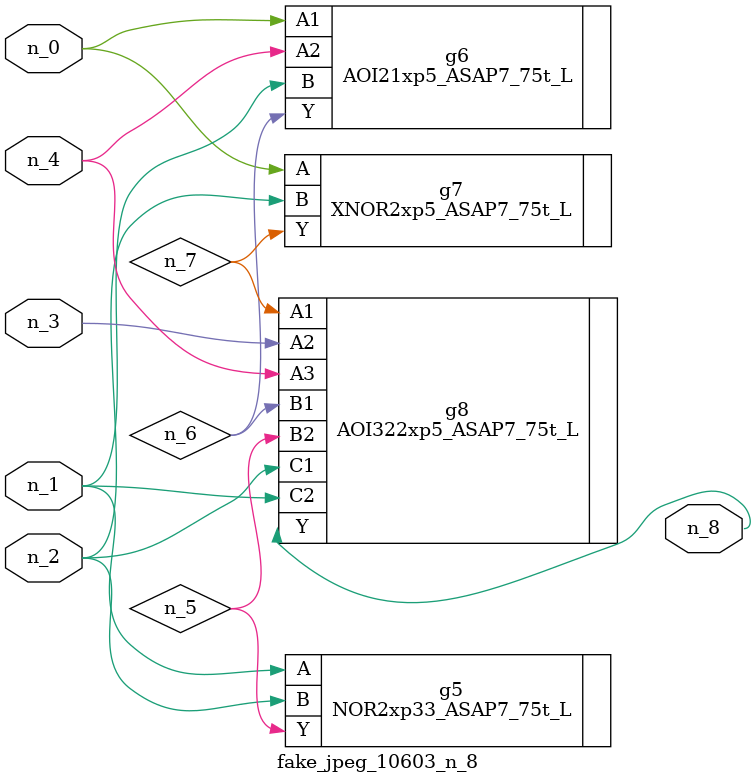
<source format=v>
module fake_jpeg_10603_n_8 (n_3, n_2, n_1, n_0, n_4, n_8);

input n_3;
input n_2;
input n_1;
input n_0;
input n_4;

output n_8;

wire n_6;
wire n_5;
wire n_7;

NOR2xp33_ASAP7_75t_L g5 ( 
.A(n_1),
.B(n_2),
.Y(n_5)
);

AOI21xp5_ASAP7_75t_L g6 ( 
.A1(n_0),
.A2(n_4),
.B(n_1),
.Y(n_6)
);

XNOR2xp5_ASAP7_75t_L g7 ( 
.A(n_0),
.B(n_2),
.Y(n_7)
);

AOI322xp5_ASAP7_75t_L g8 ( 
.A1(n_7),
.A2(n_3),
.A3(n_4),
.B1(n_6),
.B2(n_5),
.C1(n_2),
.C2(n_1),
.Y(n_8)
);


endmodule
</source>
